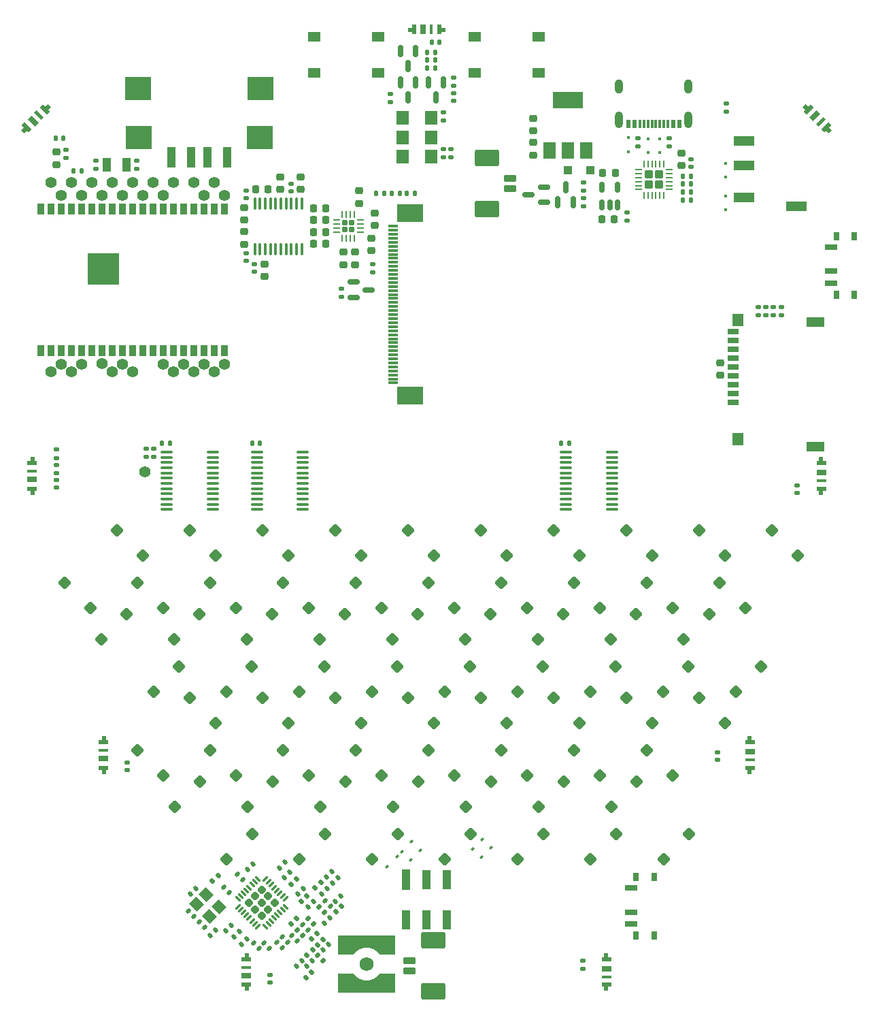
<source format=gbr>
G04 #@! TF.GenerationSoftware,KiCad,Pcbnew,7.99.0-1.20230515git1adcb86.fc37*
G04 #@! TF.CreationDate,2023-05-21T15:40:40+01:00*
G04 #@! TF.ProjectId,tr23-badge-r2,74723233-2d62-4616-9467-652d72322e6b,r2*
G04 #@! TF.SameCoordinates,Original*
G04 #@! TF.FileFunction,Paste,Bot*
G04 #@! TF.FilePolarity,Positive*
%FSLAX46Y46*%
G04 Gerber Fmt 4.6, Leading zero omitted, Abs format (unit mm)*
G04 Created by KiCad (PCBNEW 7.99.0-1.20230515git1adcb86.fc37) date 2023-05-21 15:40:40*
%MOMM*%
%LPD*%
G01*
G04 APERTURE LIST*
G04 Aperture macros list*
%AMRoundRect*
0 Rectangle with rounded corners*
0 $1 Rounding radius*
0 $2 $3 $4 $5 $6 $7 $8 $9 X,Y pos of 4 corners*
0 Add a 4 corners polygon primitive as box body*
4,1,4,$2,$3,$4,$5,$6,$7,$8,$9,$2,$3,0*
0 Add four circle primitives for the rounded corners*
1,1,$1+$1,$2,$3*
1,1,$1+$1,$4,$5*
1,1,$1+$1,$6,$7*
1,1,$1+$1,$8,$9*
0 Add four rect primitives between the rounded corners*
20,1,$1+$1,$2,$3,$4,$5,0*
20,1,$1+$1,$4,$5,$6,$7,0*
20,1,$1+$1,$6,$7,$8,$9,0*
20,1,$1+$1,$8,$9,$2,$3,0*%
%AMRotRect*
0 Rectangle, with rotation*
0 The origin of the aperture is its center*
0 $1 length*
0 $2 width*
0 $3 Rotation angle, in degrees counterclockwise*
0 Add horizontal line*
21,1,$1,$2,0,0,$3*%
%AMFreePoly0*
4,1,9,0.275000,-0.600000,-0.275000,-0.600000,-0.275000,-0.350000,-0.725000,-0.350000,-0.725000,0.200000,-0.275000,0.200000,-0.275000,0.600000,0.275000,0.600000,0.275000,-0.600000,0.275000,-0.600000,$1*%
%AMFreePoly1*
4,1,9,0.275000,0.200000,0.725000,0.200000,0.725000,-0.350000,0.275000,-0.350000,0.275000,-0.600000,-0.275000,-0.600000,-0.275000,0.600000,0.275000,0.600000,0.275000,0.200000,0.275000,0.200000,$1*%
%AMFreePoly2*
4,1,25,3.555000,-1.595000,1.645000,-1.595000,1.500000,-1.420000,1.360000,-1.280000,1.205000,-1.155000,1.035000,-1.045000,0.860000,-0.950000,0.675000,-0.875000,0.480000,-0.820000,0.280000,-0.780000,0.085000,-0.765000,-0.085000,-0.765000,-0.280000,-0.780000,-0.480000,-0.820000,-0.675000,-0.875000,-0.860000,-0.950000,-1.035000,-1.045000,-1.205000,-1.155000,-1.360000,-1.280000,-1.500000,-1.420000,
-1.645000,-1.595000,-3.555000,-1.595000,-3.555000,0.755000,3.555000,0.755000,3.555000,-1.595000,3.555000,-1.595000,$1*%
G04 Aperture macros list end*
%ADD10RoundRect,0.225000X-0.250000X0.225000X-0.250000X-0.225000X0.250000X-0.225000X0.250000X0.225000X0*%
%ADD11R,1.500000X1.800000*%
%ADD12RoundRect,0.150000X-0.150000X0.587500X-0.150000X-0.587500X0.150000X-0.587500X0.150000X0.587500X0*%
%ADD13RoundRect,0.135000X-0.135000X-0.185000X0.135000X-0.185000X0.135000X0.185000X-0.135000X0.185000X0*%
%ADD14RoundRect,0.135000X0.135000X0.185000X-0.135000X0.185000X-0.135000X-0.185000X0.135000X-0.185000X0*%
%ADD15RoundRect,0.135000X-0.185000X0.135000X-0.185000X-0.135000X0.185000X-0.135000X0.185000X0.135000X0*%
%ADD16C,1.400000*%
%ADD17RoundRect,0.135000X0.185000X-0.135000X0.185000X0.135000X-0.185000X0.135000X-0.185000X-0.135000X0*%
%ADD18RoundRect,0.150000X0.150000X-0.587500X0.150000X0.587500X-0.150000X0.587500X-0.150000X-0.587500X0*%
%ADD19RoundRect,0.225000X0.250000X-0.225000X0.250000X0.225000X-0.250000X0.225000X-0.250000X-0.225000X0*%
%ADD20RoundRect,0.225000X-0.225000X-0.250000X0.225000X-0.250000X0.225000X0.250000X-0.225000X0.250000X0*%
%ADD21RoundRect,0.150000X0.150000X-0.512500X0.150000X0.512500X-0.150000X0.512500X-0.150000X-0.512500X0*%
%ADD22RoundRect,0.140000X-0.170000X0.140000X-0.170000X-0.140000X0.170000X-0.140000X0.170000X0.140000X0*%
%ADD23R,0.620000X1.100000*%
%ADD24R,0.300000X1.100000*%
%ADD25O,1.000000X2.100000*%
%ADD26O,1.000000X1.800000*%
%ADD27R,1.000000X1.800000*%
%ADD28RoundRect,0.140000X0.170000X-0.140000X0.170000X0.140000X-0.170000X0.140000X-0.170000X-0.140000X0*%
%ADD29R,1.550000X1.300000*%
%ADD30FreePoly0,270.000000*%
%ADD31R,1.200000X0.700000*%
%ADD32R,1.200000X0.450000*%
%ADD33FreePoly1,270.000000*%
%ADD34FreePoly0,0.000000*%
%ADD35R,0.700000X1.200000*%
%ADD36R,0.450000X1.200000*%
%ADD37FreePoly1,0.000000*%
%ADD38FreePoly0,90.000000*%
%ADD39FreePoly1,90.000000*%
%ADD40FreePoly0,315.000000*%
%ADD41RotRect,0.700000X1.200000X315.000000*%
%ADD42RotRect,0.450000X1.200000X315.000000*%
%ADD43FreePoly1,315.000000*%
%ADD44R,0.800000X1.000000*%
%ADD45R,1.500000X0.700000*%
%ADD46R,0.350000X0.400000*%
%ADD47R,0.930000X1.450000*%
%ADD48R,4.000000X4.000000*%
%ADD49RoundRect,0.200000X0.600000X-0.200000X0.600000X0.200000X-0.600000X0.200000X-0.600000X-0.200000X0*%
%ADD50RoundRect,0.250001X1.249999X-0.799999X1.249999X0.799999X-1.249999X0.799999X-1.249999X-0.799999X0*%
%ADD51RoundRect,0.140000X0.021213X-0.219203X0.219203X-0.021213X-0.021213X0.219203X-0.219203X0.021213X0*%
%ADD52RoundRect,0.140000X-0.219203X-0.021213X-0.021213X-0.219203X0.219203X0.021213X0.021213X0.219203X0*%
%ADD53RoundRect,0.135000X-0.035355X0.226274X-0.226274X0.035355X0.035355X-0.226274X0.226274X-0.035355X0*%
%ADD54RoundRect,0.140000X0.219203X0.021213X0.021213X0.219203X-0.219203X-0.021213X-0.021213X-0.219203X0*%
%ADD55C,1.730000*%
%ADD56FreePoly2,0.000000*%
%ADD57FreePoly2,180.000000*%
%ADD58RoundRect,0.140000X-0.021213X0.219203X-0.219203X0.021213X0.021213X-0.219203X0.219203X-0.021213X0*%
%ADD59RoundRect,0.147500X-0.017678X0.226274X-0.226274X0.017678X0.017678X-0.226274X0.226274X-0.017678X0*%
%ADD60RoundRect,0.147500X-0.226274X-0.017678X-0.017678X-0.226274X0.226274X0.017678X0.017678X0.226274X0*%
%ADD61RoundRect,0.147500X0.017678X-0.226274X0.226274X-0.017678X-0.017678X0.226274X-0.226274X0.017678X0*%
%ADD62RotRect,1.400000X1.200000X135.000000*%
%ADD63RoundRect,0.135000X0.226274X0.035355X0.035355X0.226274X-0.226274X-0.035355X-0.035355X-0.226274X0*%
%ADD64RoundRect,0.135000X0.035355X-0.226274X0.226274X-0.035355X-0.035355X0.226274X-0.226274X0.035355X0*%
%ADD65RoundRect,0.232500X-0.328805X0.000000X0.000000X-0.328805X0.328805X0.000000X0.000000X0.328805X0*%
%ADD66RoundRect,0.062500X-0.309359X0.220971X0.220971X-0.309359X0.309359X-0.220971X-0.220971X0.309359X0*%
%ADD67RoundRect,0.062500X-0.309359X-0.220971X-0.220971X-0.309359X0.309359X0.220971X0.220971X0.309359X0*%
%ADD68R,1.500000X2.000000*%
%ADD69R,3.800000X2.000000*%
%ADD70RoundRect,0.250000X-0.300000X-0.300000X0.300000X-0.300000X0.300000X0.300000X-0.300000X0.300000X0*%
%ADD71RotRect,0.400000X0.350000X45.000000*%
%ADD72RoundRect,0.100000X-0.100000X0.637500X-0.100000X-0.637500X0.100000X-0.637500X0.100000X0.637500X0*%
%ADD73RoundRect,0.225000X0.225000X0.250000X-0.225000X0.250000X-0.225000X-0.250000X0.225000X-0.250000X0*%
%ADD74RoundRect,0.172500X-0.172500X-0.172500X0.172500X-0.172500X0.172500X0.172500X-0.172500X0.172500X0*%
%ADD75RoundRect,0.062500X-0.350000X-0.062500X0.350000X-0.062500X0.350000X0.062500X-0.350000X0.062500X0*%
%ADD76RoundRect,0.062500X-0.062500X-0.350000X0.062500X-0.350000X0.062500X0.350000X-0.062500X0.350000X0*%
%ADD77R,1.400000X0.700000*%
%ADD78R,2.200000X1.200000*%
%ADD79R,1.400000X1.600000*%
%ADD80RoundRect,0.140000X-0.140000X-0.170000X0.140000X-0.170000X0.140000X0.170000X-0.140000X0.170000X0*%
%ADD81RoundRect,0.100000X0.637500X0.100000X-0.637500X0.100000X-0.637500X-0.100000X0.637500X-0.100000X0*%
%ADD82RoundRect,0.135000X0.134997X0.185002X-0.135003X0.184998X-0.134997X-0.185002X0.135003X-0.184998X0*%
%ADD83RoundRect,0.250000X-0.275000X0.275000X-0.275000X-0.275000X0.275000X-0.275000X0.275000X0.275000X0*%
%ADD84RoundRect,0.062500X-0.062500X0.350000X-0.062500X-0.350000X0.062500X-0.350000X0.062500X0.350000X0*%
%ADD85RoundRect,0.062500X-0.350000X0.062500X-0.350000X-0.062500X0.350000X-0.062500X0.350000X0.062500X0*%
%ADD86RoundRect,0.150000X0.587500X0.150000X-0.587500X0.150000X-0.587500X-0.150000X0.587500X-0.150000X0*%
%ADD87R,1.000000X2.500000*%
%ADD88R,3.250000X3.000000*%
%ADD89R,2.500000X1.200000*%
%ADD90RoundRect,0.325000X0.000000X-0.459619X0.459619X0.000000X0.000000X0.459619X-0.459619X0.000000X0*%
%ADD91RoundRect,0.200000X-0.600000X0.200000X-0.600000X-0.200000X0.600000X-0.200000X0.600000X0.200000X0*%
%ADD92RoundRect,0.250001X-1.249999X0.799999X-1.249999X-0.799999X1.249999X-0.799999X1.249999X0.799999X0*%
%ADD93R,1.000000X2.450000*%
%ADD94RoundRect,0.325000X0.459619X0.000000X0.000000X0.459619X-0.459619X0.000000X0.000000X-0.459619X0*%
%ADD95RoundRect,0.150000X-0.587500X-0.150000X0.587500X-0.150000X0.587500X0.150000X-0.587500X0.150000X0*%
%ADD96FreePoly0,45.000000*%
%ADD97RotRect,0.700000X1.200000X45.000000*%
%ADD98RotRect,0.450000X1.200000X45.000000*%
%ADD99FreePoly1,45.000000*%
%ADD100R,1.200000X0.300000*%
%ADD101R,3.300000X2.200000*%
G04 APERTURE END LIST*
D10*
G04 #@! TO.C,C9*
X161750000Y-49682500D03*
X161750000Y-51232500D03*
G04 #@! TD*
D11*
G04 #@! TO.C,D1*
X145500000Y-54457500D03*
X149100000Y-54457500D03*
G04 #@! TD*
D12*
G04 #@! TO.C,Q1*
X148700000Y-45220000D03*
X150600000Y-45220000D03*
X149650000Y-47095000D03*
G04 #@! TD*
G04 #@! TO.C,Q2*
X145250000Y-45220000D03*
X147150000Y-45220000D03*
X146200000Y-47095000D03*
G04 #@! TD*
D13*
G04 #@! TO.C,R3*
X148590000Y-41457500D03*
X149610000Y-41457500D03*
G04 #@! TD*
D14*
G04 #@! TO.C,R1*
X149610000Y-43457500D03*
X148590000Y-43457500D03*
G04 #@! TD*
D13*
G04 #@! TO.C,R2*
X148590000Y-42457500D03*
X149610000Y-42457500D03*
G04 #@! TD*
D15*
G04 #@! TO.C,R4*
X114550000Y-90747500D03*
X114550000Y-91767500D03*
G04 #@! TD*
D11*
G04 #@! TO.C,D4*
X145500000Y-49657500D03*
X149100000Y-49657500D03*
G04 #@! TD*
D16*
G04 #@! TO.C,TP16*
X104325000Y-81222500D03*
G04 #@! TD*
G04 #@! TO.C,TP17*
X105595000Y-80252500D03*
G04 #@! TD*
G04 #@! TO.C,TP1*
X103055000Y-59262500D03*
G04 #@! TD*
G04 #@! TO.C,TP2*
X117025000Y-81222500D03*
G04 #@! TD*
G04 #@! TO.C,TP3*
X118295000Y-80252500D03*
G04 #@! TD*
G04 #@! TO.C,TP4*
X115755000Y-80252500D03*
G04 #@! TD*
G04 #@! TO.C,TP5*
X111945000Y-81222500D03*
G04 #@! TD*
G04 #@! TO.C,TP6*
X117025000Y-57692500D03*
G04 #@! TD*
G04 #@! TO.C,TP7*
X119565000Y-57692500D03*
G04 #@! TD*
G04 #@! TO.C,TP8*
X115755000Y-59262500D03*
G04 #@! TD*
G04 #@! TO.C,TP9*
X119565000Y-81222500D03*
G04 #@! TD*
G04 #@! TO.C,TP10*
X110675000Y-80252500D03*
G04 #@! TD*
G04 #@! TO.C,TP11*
X109405000Y-81222500D03*
G04 #@! TD*
G04 #@! TO.C,TP12*
X108065000Y-80222500D03*
G04 #@! TD*
G04 #@! TO.C,TP13*
X103055000Y-80252500D03*
G04 #@! TD*
G04 #@! TO.C,TP14*
X101785000Y-81222500D03*
G04 #@! TD*
G04 #@! TO.C,TP15*
X111945000Y-57692500D03*
G04 #@! TD*
G04 #@! TO.C,TP18*
X122105000Y-81222500D03*
G04 #@! TD*
G04 #@! TO.C,TP19*
X120835000Y-80252500D03*
G04 #@! TD*
G04 #@! TO.C,TP20*
X120835000Y-59262500D03*
G04 #@! TD*
G04 #@! TO.C,TP21*
X122105000Y-57692500D03*
G04 #@! TD*
G04 #@! TO.C,TP22*
X123375000Y-59262500D03*
G04 #@! TD*
G04 #@! TO.C,TP23*
X123375000Y-80252500D03*
G04 #@! TD*
G04 #@! TO.C,TP24*
X105595000Y-59262500D03*
G04 #@! TD*
G04 #@! TO.C,TP25*
X104325000Y-57692500D03*
G04 #@! TD*
G04 #@! TO.C,TP26*
X108135000Y-59262500D03*
G04 #@! TD*
G04 #@! TO.C,TP27*
X106865000Y-57692500D03*
G04 #@! TD*
G04 #@! TO.C,TP28*
X110675000Y-59262500D03*
G04 #@! TD*
G04 #@! TO.C,TP29*
X109405000Y-57692500D03*
G04 #@! TD*
G04 #@! TO.C,TP30*
X114485000Y-57692500D03*
G04 #@! TD*
G04 #@! TO.C,TP31*
X113215000Y-59262500D03*
G04 #@! TD*
G04 #@! TO.C,TP32*
X101785000Y-57692500D03*
G04 #@! TD*
D11*
G04 #@! TO.C,D2*
X145500000Y-52057500D03*
X149100000Y-52057500D03*
G04 #@! TD*
D17*
G04 #@! TO.C,R6*
X144000000Y-47667500D03*
X144000000Y-46647500D03*
G04 #@! TD*
D18*
G04 #@! TO.C,Q5*
X166760000Y-60135000D03*
X164860000Y-60135000D03*
X165810000Y-58260000D03*
G04 #@! TD*
D19*
G04 #@! TO.C,C8*
X161750000Y-54232500D03*
X161750000Y-52682500D03*
G04 #@! TD*
D15*
G04 #@! TO.C,R10*
X151550000Y-53547500D03*
X151550000Y-54567500D03*
G04 #@! TD*
G04 #@! TO.C,R8*
X173500000Y-61397500D03*
X173500000Y-62417500D03*
G04 #@! TD*
D20*
G04 #@! TO.C,C7*
X170335000Y-62247500D03*
X171885000Y-62247500D03*
G04 #@! TD*
G04 #@! TO.C,C6*
X170435000Y-56447500D03*
X171985000Y-56447500D03*
G04 #@! TD*
D21*
G04 #@! TO.C,U1*
X172260000Y-60485000D03*
X171310000Y-60485000D03*
X170360000Y-60485000D03*
X170360000Y-58210000D03*
X172260000Y-58210000D03*
G04 #@! TD*
D15*
G04 #@! TO.C,R13*
X150600000Y-48947500D03*
X150600000Y-49967500D03*
G04 #@! TD*
D17*
G04 #@! TO.C,R12*
X168010000Y-58707500D03*
X168010000Y-57687500D03*
G04 #@! TD*
D15*
G04 #@! TO.C,R9*
X150600000Y-53547500D03*
X150600000Y-54567500D03*
G04 #@! TD*
G04 #@! TO.C,R11*
X168010000Y-59587500D03*
X168010000Y-60607500D03*
G04 #@! TD*
G04 #@! TO.C,R5*
X113600000Y-90747500D03*
X113600000Y-91767500D03*
G04 #@! TD*
D22*
G04 #@! TO.C,C5*
X151850000Y-46527500D03*
X151850000Y-47487500D03*
G04 #@! TD*
D23*
G04 #@! TO.C,J2*
X173600000Y-50407500D03*
X174400000Y-50407500D03*
D24*
X175550000Y-50407500D03*
X176550000Y-50407500D03*
X177050000Y-50407500D03*
X175050000Y-50407500D03*
D23*
X180000000Y-50407500D03*
X179200000Y-50407500D03*
D24*
X178550000Y-50407500D03*
X177550000Y-50407501D03*
X176050000Y-50407500D03*
X178050000Y-50407500D03*
D25*
X172480000Y-49857500D03*
D26*
X172480000Y-45707500D03*
D25*
X181120000Y-49857500D03*
D26*
X181120000Y-45707500D03*
G04 #@! TD*
D13*
G04 #@! TO.C,R17*
X180390000Y-57857500D03*
X181410000Y-57857500D03*
G04 #@! TD*
D14*
G04 #@! TO.C,R16*
X181410000Y-56857500D03*
X180390000Y-56857500D03*
G04 #@! TD*
D27*
G04 #@! TO.C,Y1*
X108650000Y-55457500D03*
X111150000Y-55457500D03*
G04 #@! TD*
D22*
G04 #@! TO.C,C31*
X102450000Y-94670000D03*
X102450000Y-95630000D03*
G04 #@! TD*
D28*
G04 #@! TO.C,C32*
X111200000Y-130730000D03*
X111200000Y-129770000D03*
G04 #@! TD*
D22*
G04 #@! TO.C,C33*
X129000000Y-156220000D03*
X129000000Y-157180000D03*
G04 #@! TD*
D28*
G04 #@! TO.C,C36*
X194650000Y-96280000D03*
X194650000Y-95320000D03*
G04 #@! TD*
D17*
G04 #@! TO.C,R21*
X102450000Y-93810000D03*
X102450000Y-92790000D03*
G04 #@! TD*
D28*
G04 #@! TO.C,C34*
X167950000Y-155430000D03*
X167950000Y-154470000D03*
G04 #@! TD*
D29*
G04 #@! TO.C,S1*
X142480000Y-39507500D03*
X134520000Y-39507500D03*
X134520000Y-44007500D03*
X142480000Y-44007500D03*
G04 #@! TD*
D28*
G04 #@! TO.C,C35*
X184700000Y-129480000D03*
X184700000Y-128520000D03*
G04 #@! TD*
D30*
G04 #@! TO.C,LED6*
X197650000Y-92582500D03*
D31*
X197650000Y-93707500D03*
D32*
X197650000Y-94732500D03*
D33*
X197650000Y-95732500D03*
G04 #@! TD*
D34*
G04 #@! TO.C,LED8*
X146925000Y-38607500D03*
D35*
X148050000Y-38607500D03*
D36*
X149075000Y-38607500D03*
D37*
X150075000Y-38607500D03*
G04 #@! TD*
D38*
G04 #@! TO.C,LED1*
X99350000Y-95732500D03*
D31*
X99350000Y-94607500D03*
D32*
X99350000Y-93582500D03*
D39*
X99350000Y-92582500D03*
G04 #@! TD*
D38*
G04 #@! TO.C,LED3*
X126050000Y-157432500D03*
D31*
X126050000Y-156307500D03*
D32*
X126050000Y-155282500D03*
D39*
X126050000Y-154282500D03*
G04 #@! TD*
D30*
G04 #@! TO.C,LED4*
X170950000Y-154282500D03*
D31*
X170950000Y-155407500D03*
D32*
X170950000Y-156432500D03*
D33*
X170950000Y-157432500D03*
G04 #@! TD*
D40*
G04 #@! TO.C,LED7*
X196047398Y-48582716D03*
D41*
X196842893Y-49378211D03*
D42*
X197567678Y-50102995D03*
D43*
X198274784Y-50810102D03*
G04 #@! TD*
D44*
G04 #@! TO.C,S3*
X199540000Y-71607500D03*
X201750000Y-64307500D03*
X201750000Y-71607500D03*
X199540000Y-64307500D03*
D45*
X198890000Y-65707500D03*
X198890000Y-68707500D03*
X198890000Y-70207500D03*
G04 #@! TD*
D28*
G04 #@! TO.C,C3*
X103650000Y-54580000D03*
X103650000Y-53620000D03*
G04 #@! TD*
D46*
G04 #@! TO.C,D8*
X185700000Y-55257500D03*
X185700000Y-56957500D03*
G04 #@! TD*
G04 #@! TO.C,D9*
X185700000Y-59357500D03*
X185700000Y-61057500D03*
G04 #@! TD*
D22*
G04 #@! TO.C,C1*
X107360000Y-54977500D03*
X107360000Y-55937500D03*
G04 #@! TD*
D47*
G04 #@! TO.C,A1*
X100515000Y-60947500D03*
X101785000Y-60947500D03*
X103055000Y-60947500D03*
X104325000Y-60947500D03*
X105595000Y-60947500D03*
X106865000Y-60947500D03*
X108135000Y-60947500D03*
X109405000Y-60947500D03*
X110675000Y-60947500D03*
X111945000Y-60947500D03*
X113215000Y-60947500D03*
X114485000Y-60947500D03*
X115755000Y-60947500D03*
X117025000Y-60947500D03*
X118295000Y-60947500D03*
X119565000Y-60947500D03*
X120835000Y-60947500D03*
X122105000Y-60947500D03*
X123375000Y-60947500D03*
X123375000Y-78567500D03*
X122105000Y-78567500D03*
X120835000Y-78567500D03*
X119565000Y-78567500D03*
X118295000Y-78567500D03*
X117025000Y-78567500D03*
X115755000Y-78567500D03*
X114485000Y-78567500D03*
X113215000Y-78567500D03*
X111945000Y-78567500D03*
X110675000Y-78567500D03*
X109405000Y-78567500D03*
X108135000Y-78567500D03*
X106865000Y-78567500D03*
X105595000Y-78567500D03*
X104325000Y-78567500D03*
X103055000Y-78567500D03*
X101785000Y-78567500D03*
X100515000Y-78567500D03*
D48*
X108305000Y-68377500D03*
G04 #@! TD*
D28*
G04 #@! TO.C,C2*
X112440000Y-55937500D03*
X112440000Y-54977500D03*
G04 #@! TD*
D49*
G04 #@! TO.C,J1*
X158900000Y-58407500D03*
X158900000Y-57157500D03*
D50*
X156000000Y-60957500D03*
X156000000Y-54607500D03*
G04 #@! TD*
D51*
G04 #@! TO.C,C43*
X119089179Y-146128465D03*
X119768001Y-145449643D03*
G04 #@! TD*
D52*
G04 #@! TO.C,C41*
X118833621Y-148236120D03*
X119512443Y-148914942D03*
G04 #@! TD*
D51*
G04 #@! TO.C,C62*
X130810091Y-144123691D03*
X131488913Y-143444869D03*
G04 #@! TD*
D53*
G04 #@! TO.C,R29*
X135334018Y-144682589D03*
X134612770Y-145403837D03*
G04 #@! TD*
D51*
G04 #@! TO.C,C65*
X126228463Y-143083678D03*
X126907285Y-142404856D03*
G04 #@! TD*
D54*
G04 #@! TO.C,C66*
X125623109Y-144331934D03*
X124944287Y-143653112D03*
G04 #@! TD*
D55*
G04 #@! TO.C,J8*
X141000000Y-154875000D03*
D56*
X141000000Y-152075000D03*
D57*
X141000000Y-157675000D03*
G04 #@! TD*
D51*
G04 #@! TO.C,C68*
X130224677Y-142877133D03*
X130903499Y-142198311D03*
G04 #@! TD*
D58*
G04 #@! TO.C,C50*
X134468661Y-147092550D03*
X133789839Y-147771372D03*
G04 #@! TD*
G04 #@! TO.C,C60*
X126117023Y-151744323D03*
X125438201Y-152423145D03*
G04 #@! TD*
G04 #@! TO.C,C53*
X124177287Y-150020114D03*
X123498465Y-150698936D03*
G04 #@! TD*
G04 #@! TO.C,C67*
X132964554Y-154406910D03*
X132285732Y-155085732D03*
G04 #@! TD*
D54*
G04 #@! TO.C,C42*
X120903922Y-150323462D03*
X120225100Y-149644640D03*
G04 #@! TD*
D51*
G04 #@! TO.C,C59*
X132451781Y-146110025D03*
X133130603Y-145431203D03*
G04 #@! TD*
G04 #@! TO.C,C46*
X136034903Y-143981704D03*
X136713725Y-143302882D03*
G04 #@! TD*
D58*
G04 #@! TO.C,C61*
X136289554Y-152431910D03*
X135610732Y-153110732D03*
G04 #@! TD*
D59*
G04 #@! TO.C,L8*
X135618090Y-151771321D03*
X134932196Y-152457215D03*
G04 #@! TD*
G04 #@! TO.C,L1*
X133592947Y-146414553D03*
X132907053Y-147100447D03*
G04 #@! TD*
D60*
G04 #@! TO.C,L2*
X132412324Y-150582334D03*
X133098218Y-151268228D03*
G04 #@! TD*
D58*
G04 #@! TO.C,C58*
X137839411Y-146360589D03*
X137160589Y-147039411D03*
G04 #@! TD*
D51*
G04 #@! TO.C,C55*
X135810589Y-149739411D03*
X136489411Y-149060589D03*
G04 #@! TD*
D52*
G04 #@! TO.C,C56*
X126960589Y-152218089D03*
X127639411Y-152896911D03*
G04 #@! TD*
D61*
G04 #@! TO.C,L3*
X131640022Y-149831387D03*
X132325916Y-149145493D03*
G04 #@! TD*
D60*
G04 #@! TO.C,L5*
X135133341Y-147753553D03*
X135819235Y-148439447D03*
G04 #@! TD*
D51*
G04 #@! TO.C,C45*
X136807205Y-144754006D03*
X137486027Y-144075184D03*
G04 #@! TD*
D58*
G04 #@! TO.C,C69*
X134289554Y-154406910D03*
X133610732Y-155085732D03*
G04 #@! TD*
D53*
G04 #@! TO.C,R27*
X132352573Y-144269497D03*
X131631325Y-144990745D03*
G04 #@! TD*
D62*
G04 #@! TO.C,Y2*
X121438077Y-148967595D03*
X119882442Y-147411960D03*
X121084523Y-146209879D03*
X122640158Y-147765514D03*
G04 #@! TD*
D52*
G04 #@! TO.C,C44*
X128275962Y-152211296D03*
X128954784Y-152890118D03*
G04 #@! TD*
D61*
G04 #@! TO.C,L9*
X133507053Y-156517947D03*
X134192947Y-155832053D03*
G04 #@! TD*
D63*
G04 #@! TO.C,R30*
X135635767Y-154456945D03*
X134914519Y-153735697D03*
G04 #@! TD*
D54*
G04 #@! TO.C,C64*
X123970741Y-145984301D03*
X123291919Y-145305479D03*
G04 #@! TD*
D64*
G04 #@! TO.C,R31*
X133589519Y-153781945D03*
X134310767Y-153060697D03*
G04 #@! TD*
D65*
G04 #@! TO.C,U9*
X127155621Y-146421223D03*
X128781967Y-146421223D03*
X127968794Y-147234396D03*
X128781967Y-148047569D03*
X127968794Y-145608050D03*
X129595140Y-147234396D03*
X126342448Y-147234396D03*
X127155621Y-148047569D03*
X127968794Y-148860742D03*
D66*
X125007784Y-146748260D03*
X125361338Y-146394707D03*
X125714891Y-146041153D03*
X126068445Y-145687600D03*
X126421998Y-145334047D03*
X126775551Y-144980493D03*
X127129105Y-144626940D03*
X127482658Y-144273386D03*
D67*
X128454930Y-144273386D03*
X128808483Y-144626940D03*
X129162037Y-144980493D03*
X129515590Y-145334047D03*
X129869143Y-145687600D03*
X130222697Y-146041153D03*
X130576250Y-146394707D03*
X130929804Y-146748260D03*
D66*
X130929804Y-147720532D03*
X130576250Y-148074085D03*
X130222697Y-148427639D03*
X129869143Y-148781192D03*
X129515590Y-149134745D03*
X129162037Y-149488299D03*
X128808483Y-149841852D03*
X128454930Y-150195406D03*
D67*
X127482658Y-150195406D03*
X127129105Y-149841852D03*
X126775551Y-149488299D03*
X126421998Y-149134745D03*
X126068445Y-148781192D03*
X125714891Y-148427639D03*
X125361338Y-148074085D03*
X125007784Y-147720532D03*
G04 #@! TD*
D52*
G04 #@! TO.C,C49*
X131710589Y-151268089D03*
X132389411Y-151946911D03*
G04 #@! TD*
D61*
G04 #@! TO.C,L6*
X137182053Y-148342947D03*
X137867947Y-147657053D03*
G04 #@! TD*
D54*
G04 #@! TO.C,C52*
X136552080Y-147699530D03*
X135873258Y-147020708D03*
G04 #@! TD*
D58*
G04 #@! TO.C,C57*
X122214263Y-150618139D03*
X121535441Y-151296961D03*
G04 #@! TD*
D61*
G04 #@! TO.C,L4*
X134199395Y-151708260D03*
X134885289Y-151022366D03*
G04 #@! TD*
D52*
G04 #@! TO.C,C51*
X129838526Y-152157415D03*
X130517348Y-152836237D03*
G04 #@! TD*
D58*
G04 #@! TO.C,C47*
X136085107Y-145476104D03*
X135406285Y-146154926D03*
G04 #@! TD*
G04 #@! TO.C,C48*
X125218997Y-150774455D03*
X124540175Y-151453277D03*
G04 #@! TD*
D52*
G04 #@! TO.C,C63*
X130537289Y-151455258D03*
X131216111Y-152134080D03*
G04 #@! TD*
G04 #@! TO.C,C54*
X133089379Y-149912351D03*
X133768201Y-150591173D03*
G04 #@! TD*
D15*
G04 #@! TO.C,R23*
X190750000Y-73137500D03*
X190750000Y-74157500D03*
G04 #@! TD*
G04 #@! TO.C,R24*
X189800000Y-73147500D03*
X189800000Y-74167500D03*
G04 #@! TD*
G04 #@! TO.C,R22*
X191700000Y-73147500D03*
X191700000Y-74167500D03*
G04 #@! TD*
D19*
G04 #@! TO.C,C37*
X185100000Y-81632500D03*
X185100000Y-80082500D03*
G04 #@! TD*
D60*
G04 #@! TO.C,L7*
X133757053Y-149214553D03*
X134442947Y-149900447D03*
G04 #@! TD*
D15*
G04 #@! TO.C,R25*
X192650000Y-73147500D03*
X192650000Y-74167500D03*
G04 #@! TD*
D68*
G04 #@! TO.C,U2*
X168400000Y-53707500D03*
X166100000Y-53707500D03*
X163800000Y-53707500D03*
D69*
X166100000Y-47407500D03*
G04 #@! TD*
D29*
G04 #@! TO.C,S2*
X154520000Y-44007500D03*
X162480000Y-44007500D03*
X162480000Y-39507500D03*
X154520000Y-39507500D03*
G04 #@! TD*
D15*
G04 #@! TO.C,R7*
X151850000Y-44647500D03*
X151850000Y-45667500D03*
G04 #@! TD*
D12*
G04 #@! TO.C,Q3*
X145250000Y-41320000D03*
X147150000Y-41320000D03*
X146200000Y-43195000D03*
G04 #@! TD*
D70*
G04 #@! TO.C,D3*
X166100000Y-56107500D03*
X168900000Y-56107500D03*
G04 #@! TD*
D71*
G04 #@! TO.C,D13*
X146498959Y-141908541D03*
X147701041Y-140706459D03*
G04 #@! TD*
G04 #@! TO.C,D14*
X143597918Y-142709582D03*
X144800000Y-141507500D03*
G04 #@! TD*
G04 #@! TO.C,D11*
X154248959Y-140551041D03*
X155451041Y-139348959D03*
G04 #@! TD*
G04 #@! TO.C,D12*
X155298959Y-141601041D03*
X156501041Y-140398959D03*
G04 #@! TD*
D20*
G04 #@! TO.C,C16*
X127225000Y-58507500D03*
X128775000Y-58507500D03*
G04 #@! TD*
D19*
G04 #@! TO.C,C17*
X132800000Y-58532500D03*
X132800000Y-56982500D03*
G04 #@! TD*
D22*
G04 #@! TO.C,C18*
X127097800Y-67824700D03*
X127097800Y-68784700D03*
G04 #@! TD*
D19*
G04 #@! TO.C,C15*
X130250000Y-58532500D03*
X130250000Y-56982500D03*
G04 #@! TD*
D10*
G04 #@! TO.C,C20*
X128367800Y-67783700D03*
X128367800Y-69333700D03*
G04 #@! TD*
D28*
G04 #@! TO.C,C14*
X131600000Y-58787500D03*
X131600000Y-57827500D03*
G04 #@! TD*
G04 #@! TO.C,C12*
X126050000Y-59637500D03*
X126050000Y-58677500D03*
G04 #@! TD*
D72*
G04 #@! TO.C,U4*
X127119200Y-60260600D03*
X127769200Y-60260600D03*
X128419200Y-60260600D03*
X129069200Y-60260600D03*
X129719200Y-60260600D03*
X130369200Y-60260600D03*
X131019200Y-60260600D03*
X131669200Y-60260600D03*
X132319200Y-60260600D03*
X132969200Y-60260600D03*
X132969200Y-65985600D03*
X132319200Y-65985600D03*
X131669200Y-65985600D03*
X131019200Y-65985600D03*
X130369200Y-65985600D03*
X129719200Y-65985600D03*
X129069200Y-65985600D03*
X128419200Y-65985600D03*
X127769200Y-65985600D03*
X127119200Y-65985600D03*
G04 #@! TD*
D19*
G04 #@! TO.C,C4*
X102450000Y-55425000D03*
X102450000Y-53875000D03*
G04 #@! TD*
D10*
G04 #@! TO.C,C26*
X139613200Y-66320300D03*
X139613200Y-67870300D03*
G04 #@! TD*
G04 #@! TO.C,C27*
X138140000Y-66320300D03*
X138140000Y-67870300D03*
G04 #@! TD*
G04 #@! TO.C,C13*
X125800000Y-60782500D03*
X125800000Y-62332500D03*
G04 #@! TD*
D22*
G04 #@! TO.C,C19*
X126050000Y-66477500D03*
X126050000Y-67437500D03*
G04 #@! TD*
D19*
G04 #@! TO.C,C21*
X125800000Y-65332500D03*
X125800000Y-63782500D03*
G04 #@! TD*
D73*
G04 #@! TO.C,C22*
X135950000Y-63834300D03*
X134400000Y-63834300D03*
G04 #@! TD*
G04 #@! TO.C,C23*
X135950000Y-65307500D03*
X134400000Y-65307500D03*
G04 #@! TD*
G04 #@! TO.C,C24*
X135950000Y-62335700D03*
X134400000Y-62335700D03*
G04 #@! TD*
G04 #@! TO.C,C25*
X135950000Y-60862500D03*
X134400000Y-60862500D03*
G04 #@! TD*
D19*
G04 #@! TO.C,C28*
X142050000Y-63018900D03*
X142050000Y-61468900D03*
G04 #@! TD*
G04 #@! TO.C,C29*
X141650000Y-66125000D03*
X141650000Y-64575000D03*
G04 #@! TD*
D15*
G04 #@! TO.C,R14*
X174850000Y-52147500D03*
X174850000Y-53167500D03*
G04 #@! TD*
G04 #@! TO.C,R15*
X178750000Y-52147500D03*
X178750000Y-53167500D03*
G04 #@! TD*
D74*
G04 #@! TO.C,U5*
X139200000Y-62682500D03*
X139200000Y-63532500D03*
X138350000Y-62682500D03*
X138350000Y-63532500D03*
D75*
X137312500Y-63857500D03*
X137312500Y-63357500D03*
X137312500Y-62857500D03*
X137312500Y-62357500D03*
D76*
X138025000Y-61645000D03*
X138525000Y-61645000D03*
X139025000Y-61645000D03*
X139525000Y-61645000D03*
D75*
X140237500Y-62357500D03*
X140237500Y-62857500D03*
X140237500Y-63357500D03*
X140237500Y-63857500D03*
D76*
X139525000Y-64570000D03*
X139025000Y-64570000D03*
X138525000Y-64570000D03*
X138025000Y-64570000D03*
G04 #@! TD*
D16*
G04 #@! TO.C,TP33*
X113400000Y-93657500D03*
G04 #@! TD*
D71*
G04 #@! TO.C,D10*
X145450000Y-140857500D03*
X146652082Y-139655418D03*
G04 #@! TD*
D64*
G04 #@! TO.C,R28*
X121839376Y-144568124D03*
X122560624Y-143846876D03*
G04 #@! TD*
D13*
G04 #@! TO.C,R18*
X180390000Y-58857500D03*
X181410000Y-58857500D03*
G04 #@! TD*
D77*
G04 #@! TO.C,J7*
X186700000Y-82807500D03*
D78*
X196900000Y-90507500D03*
X196900000Y-75007500D03*
D79*
X187300000Y-89607500D03*
X187300000Y-74757500D03*
D77*
X186700000Y-83907500D03*
X186700000Y-85007500D03*
X186700000Y-81707500D03*
X186700000Y-80607500D03*
X186700000Y-79507500D03*
X186700000Y-78407500D03*
X186700000Y-77307500D03*
X186700000Y-76207500D03*
G04 #@! TD*
D80*
G04 #@! TO.C,C38*
X115570000Y-90107500D03*
X116530000Y-90107500D03*
G04 #@! TD*
D81*
G04 #@! TO.C,U6*
X121862500Y-91182500D03*
X121862500Y-91832500D03*
X121862500Y-92482500D03*
X121862500Y-93132500D03*
X121862500Y-93782500D03*
X121862500Y-94432500D03*
X121862500Y-95082500D03*
X121862500Y-95732500D03*
X121862500Y-96382500D03*
X121862500Y-97032500D03*
X121862500Y-97682500D03*
X121862500Y-98332500D03*
X116137500Y-98332500D03*
X116137500Y-97682500D03*
X116137500Y-97032500D03*
X116137500Y-96382500D03*
X116137500Y-95732500D03*
X116137500Y-95082500D03*
X116137500Y-94432500D03*
X116137500Y-93782500D03*
X116137500Y-93132500D03*
X116137500Y-92482500D03*
X116137500Y-91832500D03*
X116137500Y-91182500D03*
G04 #@! TD*
D13*
G04 #@! TO.C,R26*
X104540000Y-56257500D03*
X105560000Y-56257500D03*
G04 #@! TD*
D82*
G04 #@! TO.C,R19*
X181410000Y-59857491D03*
X180390000Y-59857509D03*
G04 #@! TD*
D46*
G04 #@! TO.C,D6*
X176050000Y-52207500D03*
X176050000Y-53907500D03*
G04 #@! TD*
G04 #@! TO.C,D7*
X173650000Y-52107500D03*
X173650000Y-53807500D03*
G04 #@! TD*
G04 #@! TO.C,D5*
X177550000Y-52207500D03*
X177550000Y-53907500D03*
G04 #@! TD*
D19*
G04 #@! TO.C,C10*
X180250000Y-55532500D03*
X180250000Y-53982500D03*
G04 #@! TD*
D28*
G04 #@! TO.C,C11*
X181450000Y-55737500D03*
X181450000Y-54777500D03*
G04 #@! TD*
D83*
G04 #@! TO.C,U3*
X177450000Y-56645000D03*
X176150000Y-56645000D03*
X176150000Y-57945000D03*
X177450000Y-57945000D03*
D84*
X175550000Y-55357500D03*
X176050000Y-55357500D03*
X176550000Y-55357500D03*
X177050000Y-55357500D03*
X177550000Y-55357500D03*
X178050000Y-55357500D03*
D85*
X178737500Y-56045000D03*
X178737500Y-56545000D03*
X178737500Y-57045000D03*
X178737500Y-57545000D03*
X178737500Y-58045000D03*
X178737500Y-58545000D03*
D84*
X178050000Y-59232500D03*
X177550000Y-59232500D03*
X177050000Y-59232500D03*
X176550000Y-59232500D03*
X176050000Y-59232500D03*
X175550000Y-59232500D03*
D85*
X174862500Y-58545000D03*
X174862500Y-58045000D03*
X174862500Y-57545000D03*
X174862500Y-57045000D03*
X174862500Y-56545000D03*
X174862500Y-56045000D03*
G04 #@! TD*
D86*
G04 #@! TO.C,Q4*
X163097500Y-58247500D03*
X163097500Y-60147500D03*
X161222500Y-59197500D03*
G04 #@! TD*
D87*
G04 #@! TO.C,J3*
X116700000Y-54507500D03*
X119200000Y-54507500D03*
X121200000Y-54507500D03*
X123700000Y-54507500D03*
D88*
X112600000Y-46007500D03*
X112700000Y-52107500D03*
X127700000Y-52107500D03*
X127800000Y-46007500D03*
G04 #@! TD*
D10*
G04 #@! TO.C,C30*
X140132800Y-58692300D03*
X140132800Y-60242300D03*
G04 #@! TD*
D89*
G04 #@! TO.C,J5*
X188000000Y-55507500D03*
X188000000Y-52507500D03*
X194500000Y-60607500D03*
X188000000Y-59507500D03*
G04 #@! TD*
D90*
G04 #@! TO.C,SW5*
X179131299Y-110596181D03*
X185636681Y-104090799D03*
X182454701Y-100908819D03*
X175949319Y-107414201D03*
G04 #@! TD*
D91*
G04 #@! TO.C,J9*
X146400000Y-154425000D03*
X146400000Y-155675000D03*
D92*
X149300000Y-151875000D03*
X149300000Y-158225000D03*
G04 #@! TD*
D90*
G04 #@! TO.C,SW14*
X151943299Y-131426181D03*
X158448681Y-124920799D03*
X155266701Y-121738819D03*
X148761319Y-128244201D03*
G04 #@! TD*
G04 #@! TO.C,SW12*
X161007299Y-110596181D03*
X167512681Y-104090799D03*
X164330701Y-100908819D03*
X157825319Y-107414201D03*
G04 #@! TD*
D87*
G04 #@! TO.C,J6*
X145967000Y-144375500D03*
D93*
X145967000Y-149375500D03*
X148507000Y-144375500D03*
X148507000Y-149375500D03*
X151047000Y-144375500D03*
X151047000Y-149375500D03*
G04 #@! TD*
D94*
G04 #@! TO.C,SW16*
X153918681Y-117834201D03*
X147413299Y-111328819D03*
X144231319Y-114510799D03*
X150736701Y-121016181D03*
G04 #@! TD*
G04 #@! TO.C,SW32*
X163048681Y-138654201D03*
X156543299Y-132148819D03*
X153361319Y-135330799D03*
X159866701Y-141836181D03*
G04 #@! TD*
D90*
G04 #@! TO.C,SW1*
X188193299Y-110596181D03*
X194698681Y-104090799D03*
X191516701Y-100908819D03*
X185011319Y-107414201D03*
G04 #@! TD*
G04 #@! TO.C,SW28*
X115695299Y-131426181D03*
X122200681Y-124920799D03*
X119018701Y-121738819D03*
X112513319Y-128244201D03*
G04 #@! TD*
D38*
G04 #@! TO.C,LED2*
X108250000Y-130432500D03*
D31*
X108250000Y-129307500D03*
D32*
X108250000Y-128282500D03*
D39*
X108250000Y-127282500D03*
G04 #@! TD*
D80*
G04 #@! TO.C,C40*
X126820000Y-90107500D03*
X127780000Y-90107500D03*
G04 #@! TD*
D94*
G04 #@! TO.C,SW21*
X135862681Y-138654201D03*
X129357299Y-132148819D03*
X126175319Y-135330799D03*
X132680701Y-141836181D03*
G04 #@! TD*
D80*
G04 #@! TO.C,C72*
X102320000Y-52150000D03*
X103280000Y-52150000D03*
G04 #@! TD*
D15*
G04 #@! TO.C,R33*
X102450000Y-90890000D03*
X102450000Y-91910000D03*
G04 #@! TD*
D90*
G04 #@! TO.C,SW26*
X124759299Y-110596181D03*
X131264681Y-104090799D03*
X128082701Y-100908819D03*
X121577319Y-107414201D03*
G04 #@! TD*
D95*
G04 #@! TO.C,Q6*
X139412500Y-71957500D03*
X139412500Y-70057500D03*
X141287500Y-71007500D03*
G04 #@! TD*
D90*
G04 #@! TO.C,SW18*
X142883299Y-110596181D03*
X149388681Y-104090799D03*
X146206701Y-100908819D03*
X139701319Y-107414201D03*
G04 #@! TD*
G04 #@! TO.C,SW29*
X115697299Y-110596181D03*
X122202681Y-104090799D03*
X119020701Y-100908819D03*
X112515319Y-107414201D03*
G04 #@! TD*
D94*
G04 #@! TO.C,SW34*
X144924681Y-138654201D03*
X138419299Y-132148819D03*
X135237319Y-135330799D03*
X141742701Y-141836181D03*
G04 #@! TD*
D90*
G04 #@! TO.C,SW31*
X106635299Y-110596181D03*
X113140681Y-104090799D03*
X109958701Y-100908819D03*
X103453319Y-107414201D03*
G04 #@! TD*
D94*
G04 #@! TO.C,SW8*
X172110681Y-138654201D03*
X165605299Y-132148819D03*
X162423319Y-135330799D03*
X168928701Y-141836181D03*
G04 #@! TD*
G04 #@! TO.C,SW30*
X117670681Y-117834201D03*
X111165299Y-111328819D03*
X107983319Y-114510799D03*
X114488701Y-121016181D03*
G04 #@! TD*
D90*
G04 #@! TO.C,SW9*
X170069299Y-110596181D03*
X176574681Y-104090799D03*
X173392701Y-100908819D03*
X166887319Y-107414201D03*
G04 #@! TD*
G04 #@! TO.C,SW20*
X133819299Y-131426181D03*
X140324681Y-124920799D03*
X137142701Y-121738819D03*
X130637319Y-128244201D03*
G04 #@! TD*
G04 #@! TO.C,SW7*
X170067299Y-131426181D03*
X176572681Y-124920799D03*
X173390701Y-121738819D03*
X166885319Y-128244201D03*
G04 #@! TD*
D94*
G04 #@! TO.C,SW10*
X172042681Y-117834201D03*
X165537299Y-111328819D03*
X162355319Y-114510799D03*
X168860701Y-121016181D03*
G04 #@! TD*
D80*
G04 #@! TO.C,C39*
X165270000Y-90107500D03*
X166230000Y-90107500D03*
G04 #@! TD*
D94*
G04 #@! TO.C,SW27*
X126732681Y-117834201D03*
X120227299Y-111328819D03*
X117045319Y-114510799D03*
X123550701Y-121016181D03*
G04 #@! TD*
G04 #@! TO.C,SW2*
X190166681Y-117834201D03*
X183661299Y-111328819D03*
X180479319Y-114510799D03*
X186984701Y-121016181D03*
G04 #@! TD*
D17*
G04 #@! TO.C,R20*
X137900000Y-71907500D03*
X137900000Y-70887500D03*
G04 #@! TD*
D14*
G04 #@! TO.C,R36*
X143210000Y-59050000D03*
X142190000Y-59050000D03*
G04 #@! TD*
D94*
G04 #@! TO.C,SW23*
X135794681Y-117834201D03*
X129289299Y-111328819D03*
X126107319Y-114510799D03*
X132612701Y-121016181D03*
G04 #@! TD*
D90*
G04 #@! TO.C,SW3*
X179129299Y-131426181D03*
X185634681Y-124920799D03*
X182452701Y-121738819D03*
X175947319Y-128244201D03*
G04 #@! TD*
D13*
G04 #@! TO.C,R34*
X147060000Y-59050000D03*
X146040000Y-59050000D03*
G04 #@! TD*
D96*
G04 #@! TO.C,LED9*
X98725216Y-50810102D03*
D97*
X99520711Y-50014607D03*
D98*
X100245495Y-49289822D03*
D99*
X100952602Y-48582716D03*
G04 #@! TD*
D100*
G04 #@! TO.C,J4*
X144300000Y-82592500D03*
X144300000Y-82092500D03*
X144300000Y-81592500D03*
X144300000Y-81092500D03*
X144300000Y-80592500D03*
X144300000Y-80092500D03*
X144300000Y-79592500D03*
X144300000Y-79092500D03*
X144300000Y-78592500D03*
X144300000Y-78092500D03*
X144300000Y-77592500D03*
X144300000Y-77092500D03*
X144300000Y-76592500D03*
X144300000Y-76092500D03*
X144300000Y-75592500D03*
X144300000Y-75092500D03*
X144300000Y-74592500D03*
X144300000Y-74092500D03*
X144300000Y-73592500D03*
X144300000Y-73092500D03*
X144300000Y-72592500D03*
X144300000Y-72092500D03*
X144300000Y-71592500D03*
X144300000Y-71092500D03*
X144300000Y-70592500D03*
X144300000Y-70092500D03*
X144300000Y-69592500D03*
X144300000Y-69092500D03*
X144300000Y-68592500D03*
X144300000Y-68092500D03*
X144300000Y-67592500D03*
X144300000Y-67092500D03*
X144300000Y-66592500D03*
X144300000Y-66092500D03*
X144300000Y-65592500D03*
X144300000Y-65092500D03*
X144300000Y-64592500D03*
X144300000Y-64092500D03*
X144300000Y-63592500D03*
X144300000Y-63092500D03*
D101*
X146470000Y-61492500D03*
X146470000Y-84192500D03*
G04 #@! TD*
D30*
G04 #@! TO.C,LED5*
X188750000Y-127282500D03*
D31*
X188750000Y-128407500D03*
D32*
X188750000Y-129432500D03*
D33*
X188750000Y-130432500D03*
G04 #@! TD*
D94*
G04 #@! TO.C,SW13*
X162980681Y-117834201D03*
X156475299Y-111328819D03*
X153293319Y-114510799D03*
X159798701Y-121016181D03*
G04 #@! TD*
D81*
G04 #@! TO.C,U7*
X171562500Y-91182500D03*
X171562500Y-91832500D03*
X171562500Y-92482500D03*
X171562500Y-93132500D03*
X171562500Y-93782500D03*
X171562500Y-94432500D03*
X171562500Y-95082500D03*
X171562500Y-95732500D03*
X171562500Y-96382500D03*
X171562500Y-97032500D03*
X171562500Y-97682500D03*
X171562500Y-98332500D03*
X165837500Y-98332500D03*
X165837500Y-97682500D03*
X165837500Y-97032500D03*
X165837500Y-96382500D03*
X165837500Y-95732500D03*
X165837500Y-95082500D03*
X165837500Y-94432500D03*
X165837500Y-93782500D03*
X165837500Y-93132500D03*
X165837500Y-92482500D03*
X165837500Y-91832500D03*
X165837500Y-91182500D03*
G04 #@! TD*
D90*
G04 #@! TO.C,SW15*
X151945299Y-110596181D03*
X158450681Y-104090799D03*
X155268701Y-100908819D03*
X148763319Y-107414201D03*
G04 #@! TD*
D44*
G04 #@! TO.C,S8*
X174595000Y-151300000D03*
X176805000Y-144000000D03*
X176805000Y-151300000D03*
X174595000Y-144000000D03*
D45*
X173945000Y-145400000D03*
X173945000Y-148400000D03*
X173945000Y-149900000D03*
G04 #@! TD*
D22*
G04 #@! TO.C,C70*
X185850000Y-47870000D03*
X185850000Y-48830000D03*
G04 #@! TD*
D90*
G04 #@! TO.C,SW11*
X161005299Y-131426181D03*
X167510681Y-124920799D03*
X164328701Y-121738819D03*
X157823319Y-128244201D03*
G04 #@! TD*
G04 #@! TO.C,SW17*
X142881299Y-131426181D03*
X149386681Y-124920799D03*
X146204701Y-121738819D03*
X139699319Y-128244201D03*
G04 #@! TD*
D80*
G04 #@! TO.C,C71*
X149120000Y-40257500D03*
X150080000Y-40257500D03*
G04 #@! TD*
D94*
G04 #@! TO.C,SW4*
X181172681Y-138654201D03*
X174667299Y-132148819D03*
X171485319Y-135330799D03*
X177990701Y-141836181D03*
G04 #@! TD*
D13*
G04 #@! TO.C,R35*
X144140000Y-59050000D03*
X145160000Y-59050000D03*
G04 #@! TD*
D15*
G04 #@! TO.C,R32*
X141800000Y-67847500D03*
X141800000Y-68867500D03*
G04 #@! TD*
D94*
G04 #@! TO.C,SW6*
X181104681Y-117834201D03*
X174599299Y-111328819D03*
X171417319Y-114510799D03*
X177922701Y-121016181D03*
G04 #@! TD*
G04 #@! TO.C,SW33*
X153986681Y-138654201D03*
X147481299Y-132148819D03*
X144299319Y-135330799D03*
X150804701Y-141836181D03*
G04 #@! TD*
D90*
G04 #@! TO.C,SW24*
X124757299Y-131426181D03*
X131262681Y-124920799D03*
X128080701Y-121738819D03*
X121575319Y-128244201D03*
G04 #@! TD*
D94*
G04 #@! TO.C,SW25*
X126800681Y-138654201D03*
X120295299Y-132148819D03*
X117113319Y-135330799D03*
X123618701Y-141836181D03*
G04 #@! TD*
G04 #@! TO.C,SW19*
X144856681Y-117834201D03*
X138351299Y-111328819D03*
X135169319Y-114510799D03*
X141674701Y-121016181D03*
G04 #@! TD*
D81*
G04 #@! TO.C,U8*
X133112500Y-91182500D03*
X133112500Y-91832500D03*
X133112500Y-92482500D03*
X133112500Y-93132500D03*
X133112500Y-93782500D03*
X133112500Y-94432500D03*
X133112500Y-95082500D03*
X133112500Y-95732500D03*
X133112500Y-96382500D03*
X133112500Y-97032500D03*
X133112500Y-97682500D03*
X133112500Y-98332500D03*
X127387500Y-98332500D03*
X127387500Y-97682500D03*
X127387500Y-97032500D03*
X127387500Y-96382500D03*
X127387500Y-95732500D03*
X127387500Y-95082500D03*
X127387500Y-94432500D03*
X127387500Y-93782500D03*
X127387500Y-93132500D03*
X127387500Y-92482500D03*
X127387500Y-91832500D03*
X127387500Y-91182500D03*
G04 #@! TD*
D90*
G04 #@! TO.C,SW22*
X133821299Y-110596181D03*
X140326681Y-104090799D03*
X137144701Y-100908819D03*
X130639319Y-107414201D03*
G04 #@! TD*
M02*

</source>
